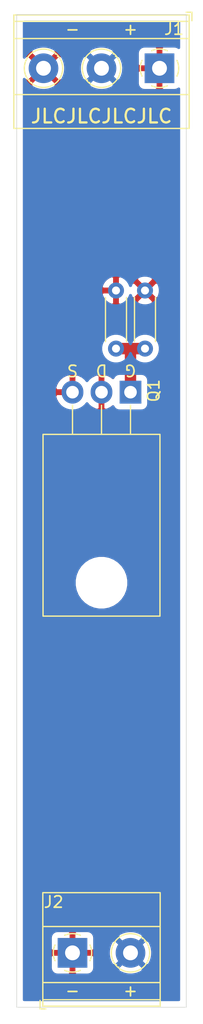
<source format=kicad_pcb>
(kicad_pcb (version 20171130) (host pcbnew 5.1.10)

  (general
    (thickness 1.6)
    (drawings 12)
    (tracks 3)
    (zones 0)
    (modules 5)
    (nets 6)
  )

  (page A4)
  (title_block
    (title "PoE-Breaker LowSide 2Layer")
    (date 2021-07-04)
    (rev 1)
    (company "Florian Rinke")
    (comment 1 pcb.florianrinke.de/pcb/breaker-poe-v1)
    (comment 2 "Attribution-NonCommercial-ShareAlike 4.0 International")
    (comment 3 http://creativecommons.org/licenses/by-nc-sa/4.0/)
  )

  (layers
    (0 F.Cu signal)
    (31 B.Cu signal)
    (32 B.Adhes user)
    (33 F.Adhes user)
    (34 B.Paste user)
    (35 F.Paste user)
    (36 B.SilkS user)
    (37 F.SilkS user)
    (38 B.Mask user)
    (39 F.Mask user)
    (40 Dwgs.User user)
    (41 Cmts.User user)
    (42 Eco1.User user)
    (43 Eco2.User user)
    (44 Edge.Cuts user)
    (45 Margin user)
    (46 B.CrtYd user)
    (47 F.CrtYd user)
    (48 B.Fab user)
    (49 F.Fab user)
  )

  (setup
    (last_trace_width 0.25)
    (user_trace_width 1)
    (trace_clearance 0.2)
    (zone_clearance 0.508)
    (zone_45_only no)
    (trace_min 0.2)
    (via_size 0.8)
    (via_drill 0.4)
    (via_min_size 0.4)
    (via_min_drill 0.3)
    (uvia_size 0.3)
    (uvia_drill 0.1)
    (uvias_allowed no)
    (uvia_min_size 0.2)
    (uvia_min_drill 0.1)
    (edge_width 0.05)
    (segment_width 0.2)
    (pcb_text_width 0.3)
    (pcb_text_size 1.5 1.5)
    (mod_edge_width 0.12)
    (mod_text_size 1 1)
    (mod_text_width 0.15)
    (pad_size 1.524 1.524)
    (pad_drill 0.762)
    (pad_to_mask_clearance 0)
    (aux_axis_origin 0 0)
    (visible_elements FFFFFF7F)
    (pcbplotparams
      (layerselection 0x010fc_ffffffff)
      (usegerberextensions false)
      (usegerberattributes true)
      (usegerberadvancedattributes true)
      (creategerberjobfile true)
      (excludeedgelayer true)
      (linewidth 0.100000)
      (plotframeref false)
      (viasonmask false)
      (mode 1)
      (useauxorigin false)
      (hpglpennumber 1)
      (hpglpenspeed 20)
      (hpglpendiameter 15.000000)
      (psnegative false)
      (psa4output false)
      (plotreference true)
      (plotvalue true)
      (plotinvisibletext false)
      (padsonsilk false)
      (subtractmaskfromsilk false)
      (outputformat 1)
      (mirror false)
      (drillshape 1)
      (scaleselection 1)
      (outputdirectory ""))
  )

  (net 0 "")
  (net 1 GND)
  (net 2 +48V)
  (net 3 "Net-(Q1-Pad1)")
  (net 4 /GNDout)
  (net 5 +VSW)

  (net_class Default "This is the default net class."
    (clearance 0.2)
    (trace_width 0.25)
    (via_dia 0.8)
    (via_drill 0.4)
    (uvia_dia 0.3)
    (uvia_drill 0.1)
    (add_net +48V)
    (add_net +VSW)
    (add_net /GNDout)
    (add_net GND)
    (add_net "Net-(Q1-Pad1)")
  )

  (module TerminalBlock_Phoenix:TerminalBlock_Phoenix_MKDS-1,5-3-5.08_1x03_P5.08mm_Horizontal (layer F.Cu) (tedit 5B294EBC) (tstamp 60E1307A)
    (at 154.94 63.119 180)
    (descr "Terminal Block Phoenix MKDS-1,5-3-5.08, 3 pins, pitch 5.08mm, size 15.2x9.8mm^2, drill diamater 1.3mm, pad diameter 2.6mm, see http://www.farnell.com/datasheets/100425.pdf, script-generated using https://github.com/pointhi/kicad-footprint-generator/scripts/TerminalBlock_Phoenix")
    (tags "THT Terminal Block Phoenix MKDS-1,5-3-5.08 pitch 5.08mm size 15.2x9.8mm^2 drill 1.3mm pad 2.6mm")
    (path /60E12FFF)
    (fp_text reference J1 (at -1.27 3.429) (layer F.SilkS)
      (effects (font (size 1 1) (thickness 0.15)))
    )
    (fp_text value Supply (at 5.08 5.66) (layer F.Fab) hide
      (effects (font (size 1 1) (thickness 0.15)))
    )
    (fp_line (start 13.21 -5.71) (end -3.04 -5.71) (layer F.CrtYd) (width 0.05))
    (fp_line (start 13.21 5.1) (end 13.21 -5.71) (layer F.CrtYd) (width 0.05))
    (fp_line (start -3.04 5.1) (end 13.21 5.1) (layer F.CrtYd) (width 0.05))
    (fp_line (start -3.04 -5.71) (end -3.04 5.1) (layer F.CrtYd) (width 0.05))
    (fp_line (start -2.84 4.9) (end -2.34 4.9) (layer F.SilkS) (width 0.12))
    (fp_line (start -2.84 4.16) (end -2.84 4.9) (layer F.SilkS) (width 0.12))
    (fp_line (start 8.933 1.023) (end 8.886 1.069) (layer F.SilkS) (width 0.12))
    (fp_line (start 11.23 -1.275) (end 11.195 -1.239) (layer F.SilkS) (width 0.12))
    (fp_line (start 9.126 1.239) (end 9.091 1.274) (layer F.SilkS) (width 0.12))
    (fp_line (start 11.435 -1.069) (end 11.388 -1.023) (layer F.SilkS) (width 0.12))
    (fp_line (start 11.115 -1.138) (end 9.023 0.955) (layer F.Fab) (width 0.1))
    (fp_line (start 11.298 -0.955) (end 9.206 1.138) (layer F.Fab) (width 0.1))
    (fp_line (start 3.853 1.023) (end 3.806 1.069) (layer F.SilkS) (width 0.12))
    (fp_line (start 6.15 -1.275) (end 6.115 -1.239) (layer F.SilkS) (width 0.12))
    (fp_line (start 4.046 1.239) (end 4.011 1.274) (layer F.SilkS) (width 0.12))
    (fp_line (start 6.355 -1.069) (end 6.308 -1.023) (layer F.SilkS) (width 0.12))
    (fp_line (start 6.035 -1.138) (end 3.943 0.955) (layer F.Fab) (width 0.1))
    (fp_line (start 6.218 -0.955) (end 4.126 1.138) (layer F.Fab) (width 0.1))
    (fp_line (start 0.955 -1.138) (end -1.138 0.955) (layer F.Fab) (width 0.1))
    (fp_line (start 1.138 -0.955) (end -0.955 1.138) (layer F.Fab) (width 0.1))
    (fp_line (start 12.76 -5.261) (end 12.76 4.66) (layer F.SilkS) (width 0.12))
    (fp_line (start -2.6 -5.261) (end -2.6 4.66) (layer F.SilkS) (width 0.12))
    (fp_line (start -2.6 4.66) (end 12.76 4.66) (layer F.SilkS) (width 0.12))
    (fp_line (start -2.6 -5.261) (end 12.76 -5.261) (layer F.SilkS) (width 0.12))
    (fp_line (start -2.6 -2.301) (end 12.76 -2.301) (layer F.SilkS) (width 0.12))
    (fp_line (start -2.54 -2.3) (end 12.7 -2.3) (layer F.Fab) (width 0.1))
    (fp_line (start -2.6 2.6) (end 12.76 2.6) (layer F.SilkS) (width 0.12))
    (fp_line (start -2.54 2.6) (end 12.7 2.6) (layer F.Fab) (width 0.1))
    (fp_line (start -2.6 4.1) (end 12.76 4.1) (layer F.SilkS) (width 0.12))
    (fp_line (start -2.54 4.1) (end 12.7 4.1) (layer F.Fab) (width 0.1))
    (fp_line (start -2.54 4.1) (end -2.54 -5.2) (layer F.Fab) (width 0.1))
    (fp_line (start -2.04 4.6) (end -2.54 4.1) (layer F.Fab) (width 0.1))
    (fp_line (start 12.7 4.6) (end -2.04 4.6) (layer F.Fab) (width 0.1))
    (fp_line (start 12.7 -5.2) (end 12.7 4.6) (layer F.Fab) (width 0.1))
    (fp_line (start -2.54 -5.2) (end 12.7 -5.2) (layer F.Fab) (width 0.1))
    (fp_circle (center 10.16 0) (end 11.84 0) (layer F.SilkS) (width 0.12))
    (fp_circle (center 10.16 0) (end 11.66 0) (layer F.Fab) (width 0.1))
    (fp_circle (center 5.08 0) (end 6.76 0) (layer F.SilkS) (width 0.12))
    (fp_circle (center 5.08 0) (end 6.58 0) (layer F.Fab) (width 0.1))
    (fp_circle (center 0 0) (end 1.5 0) (layer F.Fab) (width 0.1))
    (fp_text user %R (at -1.27 3.429) (layer F.Fab)
      (effects (font (size 1 1) (thickness 0.15)))
    )
    (fp_arc (start 0 0) (end -0.684 1.535) (angle -25) (layer F.SilkS) (width 0.12))
    (fp_arc (start 0 0) (end -1.535 -0.684) (angle -48) (layer F.SilkS) (width 0.12))
    (fp_arc (start 0 0) (end 0.684 -1.535) (angle -48) (layer F.SilkS) (width 0.12))
    (fp_arc (start 0 0) (end 1.535 0.684) (angle -48) (layer F.SilkS) (width 0.12))
    (fp_arc (start 0 0) (end 0 1.68) (angle -24) (layer F.SilkS) (width 0.12))
    (pad 3 thru_hole circle (at 10.16 0 180) (size 2.6 2.6) (drill 1.3) (layers *.Cu *.Mask)
      (net 1 GND))
    (pad 2 thru_hole circle (at 5.08 0 180) (size 2.6 2.6) (drill 1.3) (layers *.Cu *.Mask)
      (net 2 +48V))
    (pad 1 thru_hole rect (at 0 0 180) (size 2.6 2.6) (drill 1.3) (layers *.Cu *.Mask)
      (net 5 +VSW))
    (model ${KISYS3DMOD}/TerminalBlock_Phoenix.3dshapes/TerminalBlock_Phoenix_MKDS-1,5-3-5.08_1x03_P5.08mm_Horizontal.wrl
      (at (xyz 0 0 0))
      (scale (xyz 1 1 1))
      (rotate (xyz 0 0 0))
    )
  )

  (module Package_TO_SOT_THT:TO-220-3_Horizontal_TabDown (layer F.Cu) (tedit 5AC8BA0D) (tstamp 60E15287)
    (at 152.4 91.44 180)
    (descr "TO-220-3, Horizontal, RM 2.54mm, see https://www.vishay.com/docs/66542/to-220-1.pdf")
    (tags "TO-220-3 Horizontal RM 2.54mm")
    (path /60E03744)
    (fp_text reference Q1 (at -2.032 0.127 90) (layer F.SilkS)
      (effects (font (size 1 1) (thickness 0.15)))
    )
    (fp_text value IRF520N (at 2.54 2) (layer F.Fab) hide
      (effects (font (size 1 1) (thickness 0.15)))
    )
    (fp_circle (center 2.54 -16.66) (end 4.39 -16.66) (layer F.Fab) (width 0.1))
    (fp_line (start -2.46 -13.06) (end -2.46 -19.46) (layer F.Fab) (width 0.1))
    (fp_line (start -2.46 -19.46) (end 7.54 -19.46) (layer F.Fab) (width 0.1))
    (fp_line (start 7.54 -19.46) (end 7.54 -13.06) (layer F.Fab) (width 0.1))
    (fp_line (start 7.54 -13.06) (end -2.46 -13.06) (layer F.Fab) (width 0.1))
    (fp_line (start -2.46 -3.81) (end -2.46 -13.06) (layer F.Fab) (width 0.1))
    (fp_line (start -2.46 -13.06) (end 7.54 -13.06) (layer F.Fab) (width 0.1))
    (fp_line (start 7.54 -13.06) (end 7.54 -3.81) (layer F.Fab) (width 0.1))
    (fp_line (start 7.54 -3.81) (end -2.46 -3.81) (layer F.Fab) (width 0.1))
    (fp_line (start 0 -3.81) (end 0 0) (layer F.Fab) (width 0.1))
    (fp_line (start 2.54 -3.81) (end 2.54 0) (layer F.Fab) (width 0.1))
    (fp_line (start 5.08 -3.81) (end 5.08 0) (layer F.Fab) (width 0.1))
    (fp_line (start -2.58 -3.69) (end 7.66 -3.69) (layer F.SilkS) (width 0.12))
    (fp_line (start -2.58 -19.58) (end 7.66 -19.58) (layer F.SilkS) (width 0.12))
    (fp_line (start -2.58 -19.58) (end -2.58 -3.69) (layer F.SilkS) (width 0.12))
    (fp_line (start 7.66 -19.58) (end 7.66 -3.69) (layer F.SilkS) (width 0.12))
    (fp_line (start 0 -3.69) (end 0 -1.15) (layer F.SilkS) (width 0.12))
    (fp_line (start 2.54 -3.69) (end 2.54 -1.15) (layer F.SilkS) (width 0.12))
    (fp_line (start 5.08 -3.69) (end 5.08 -1.15) (layer F.SilkS) (width 0.12))
    (fp_line (start -2.71 -19.71) (end -2.71 1.25) (layer F.CrtYd) (width 0.05))
    (fp_line (start -2.71 1.25) (end 7.79 1.25) (layer F.CrtYd) (width 0.05))
    (fp_line (start 7.79 1.25) (end 7.79 -19.71) (layer F.CrtYd) (width 0.05))
    (fp_line (start 7.79 -19.71) (end -2.71 -19.71) (layer F.CrtYd) (width 0.05))
    (fp_text user %R (at -2.032 0.127 90) (layer F.Fab)
      (effects (font (size 1 1) (thickness 0.15)))
    )
    (pad 3 thru_hole oval (at 5.08 0 180) (size 1.905 2) (drill 1.1) (layers *.Cu *.Mask)
      (net 1 GND))
    (pad 2 thru_hole oval (at 2.54 0 180) (size 1.905 2) (drill 1.1) (layers *.Cu *.Mask)
      (net 4 /GNDout))
    (pad 1 thru_hole rect (at 0 0 180) (size 1.905 2) (drill 1.1) (layers *.Cu *.Mask)
      (net 3 "Net-(Q1-Pad1)"))
    (pad "" np_thru_hole oval (at 2.54 -16.66 180) (size 3.5 3.5) (drill 3.5) (layers *.Cu *.Mask))
    (model ${KISYS3DMOD}/Package_TO_SOT_THT.3dshapes/TO-220-3_Horizontal_TabDown.wrl
      (at (xyz 0 0 0))
      (scale (xyz 1 1 1))
      (rotate (xyz 0 0 0))
    )
  )

  (module Resistor_THT:R_Axial_DIN0204_L3.6mm_D1.6mm_P5.08mm_Horizontal (layer F.Cu) (tedit 5AE5139B) (tstamp 60E15322)
    (at 151.13 87.63 90)
    (descr "Resistor, Axial_DIN0204 series, Axial, Horizontal, pin pitch=5.08mm, 0.167W, length*diameter=3.6*1.6mm^2, http://cdn-reichelt.de/documents/datenblatt/B400/1_4W%23YAG.pdf")
    (tags "Resistor Axial_DIN0204 series Axial Horizontal pin pitch 5.08mm 0.167W length 3.6mm diameter 1.6mm")
    (path /60E07CAC)
    (fp_text reference R2 (at 6.985 0 90) (layer F.SilkS) hide
      (effects (font (size 1 1) (thickness 0.15)))
    )
    (fp_text value 10k (at 2.54 1.92 90) (layer F.Fab) hide
      (effects (font (size 1 1) (thickness 0.15)))
    )
    (fp_line (start 6.03 -1.05) (end -0.95 -1.05) (layer F.CrtYd) (width 0.05))
    (fp_line (start 6.03 1.05) (end 6.03 -1.05) (layer F.CrtYd) (width 0.05))
    (fp_line (start -0.95 1.05) (end 6.03 1.05) (layer F.CrtYd) (width 0.05))
    (fp_line (start -0.95 -1.05) (end -0.95 1.05) (layer F.CrtYd) (width 0.05))
    (fp_line (start 0.62 0.92) (end 4.46 0.92) (layer F.SilkS) (width 0.12))
    (fp_line (start 0.62 -0.92) (end 4.46 -0.92) (layer F.SilkS) (width 0.12))
    (fp_line (start 5.08 0) (end 4.34 0) (layer F.Fab) (width 0.1))
    (fp_line (start 0 0) (end 0.74 0) (layer F.Fab) (width 0.1))
    (fp_line (start 4.34 -0.8) (end 0.74 -0.8) (layer F.Fab) (width 0.1))
    (fp_line (start 4.34 0.8) (end 4.34 -0.8) (layer F.Fab) (width 0.1))
    (fp_line (start 0.74 0.8) (end 4.34 0.8) (layer F.Fab) (width 0.1))
    (fp_line (start 0.74 -0.8) (end 0.74 0.8) (layer F.Fab) (width 0.1))
    (fp_text user %R (at 2.54 0 90) (layer F.Fab)
      (effects (font (size 0.72 0.72) (thickness 0.108)))
    )
    (pad 2 thru_hole oval (at 5.08 0 90) (size 1.4 1.4) (drill 0.7) (layers *.Cu *.Mask)
      (net 1 GND))
    (pad 1 thru_hole circle (at 0 0 90) (size 1.4 1.4) (drill 0.7) (layers *.Cu *.Mask)
      (net 3 "Net-(Q1-Pad1)"))
    (model ${KISYS3DMOD}/Resistor_THT.3dshapes/R_Axial_DIN0204_L3.6mm_D1.6mm_P5.08mm_Horizontal.wrl
      (at (xyz 0 0 0))
      (scale (xyz 1 1 1))
      (rotate (xyz 0 0 0))
    )
  )

  (module Resistor_THT:R_Axial_DIN0204_L3.6mm_D1.6mm_P5.08mm_Horizontal (layer F.Cu) (tedit 5AE5139B) (tstamp 60E150FC)
    (at 153.67 82.55 270)
    (descr "Resistor, Axial_DIN0204 series, Axial, Horizontal, pin pitch=5.08mm, 0.167W, length*diameter=3.6*1.6mm^2, http://cdn-reichelt.de/documents/datenblatt/B400/1_4W%23YAG.pdf")
    (tags "Resistor Axial_DIN0204 series Axial Horizontal pin pitch 5.08mm 0.167W length 3.6mm diameter 1.6mm")
    (path /60E07892)
    (fp_text reference R1 (at -1.905 0 90) (layer F.SilkS) hide
      (effects (font (size 1 1) (thickness 0.15)))
    )
    (fp_text value 47k (at 2.54 1.92 90) (layer F.Fab) hide
      (effects (font (size 1 1) (thickness 0.15)))
    )
    (fp_line (start 6.03 -1.05) (end -0.95 -1.05) (layer F.CrtYd) (width 0.05))
    (fp_line (start 6.03 1.05) (end 6.03 -1.05) (layer F.CrtYd) (width 0.05))
    (fp_line (start -0.95 1.05) (end 6.03 1.05) (layer F.CrtYd) (width 0.05))
    (fp_line (start -0.95 -1.05) (end -0.95 1.05) (layer F.CrtYd) (width 0.05))
    (fp_line (start 0.62 0.92) (end 4.46 0.92) (layer F.SilkS) (width 0.12))
    (fp_line (start 0.62 -0.92) (end 4.46 -0.92) (layer F.SilkS) (width 0.12))
    (fp_line (start 5.08 0) (end 4.34 0) (layer F.Fab) (width 0.1))
    (fp_line (start 0 0) (end 0.74 0) (layer F.Fab) (width 0.1))
    (fp_line (start 4.34 -0.8) (end 0.74 -0.8) (layer F.Fab) (width 0.1))
    (fp_line (start 4.34 0.8) (end 4.34 -0.8) (layer F.Fab) (width 0.1))
    (fp_line (start 0.74 0.8) (end 4.34 0.8) (layer F.Fab) (width 0.1))
    (fp_line (start 0.74 -0.8) (end 0.74 0.8) (layer F.Fab) (width 0.1))
    (fp_text user %R (at 2.54 0 90) (layer F.Fab)
      (effects (font (size 0.72 0.72) (thickness 0.108)))
    )
    (pad 2 thru_hole oval (at 5.08 0 270) (size 1.4 1.4) (drill 0.7) (layers *.Cu *.Mask)
      (net 3 "Net-(Q1-Pad1)"))
    (pad 1 thru_hole circle (at 0 0 270) (size 1.4 1.4) (drill 0.7) (layers *.Cu *.Mask)
      (net 5 +VSW))
    (model ${KISYS3DMOD}/Resistor_THT.3dshapes/R_Axial_DIN0204_L3.6mm_D1.6mm_P5.08mm_Horizontal.wrl
      (at (xyz 0 0 0))
      (scale (xyz 1 1 1))
      (rotate (xyz 0 0 0))
    )
  )

  (module TerminalBlock_Phoenix:TerminalBlock_Phoenix_MKDS-1,5-2-5.08_1x02_P5.08mm_Horizontal (layer F.Cu) (tedit 5B294EBC) (tstamp 60E130A6)
    (at 147.32 140.462)
    (descr "Terminal Block Phoenix MKDS-1,5-2-5.08, 2 pins, pitch 5.08mm, size 10.2x9.8mm^2, drill diamater 1.3mm, pad diameter 2.6mm, see http://www.farnell.com/datasheets/100425.pdf, script-generated using https://github.com/pointhi/kicad-footprint-generator/scripts/TerminalBlock_Phoenix")
    (tags "THT Terminal Block Phoenix MKDS-1,5-2-5.08 pitch 5.08mm size 10.2x9.8mm^2 drill 1.3mm pad 2.6mm")
    (path /60E12263)
    (fp_text reference J2 (at -1.651 -4.445) (layer F.SilkS)
      (effects (font (size 1 1) (thickness 0.15)))
    )
    (fp_text value Out (at 0.762 -4.445) (layer F.Fab) hide
      (effects (font (size 1 1) (thickness 0.15)))
    )
    (fp_circle (center 0 0) (end 1.5 0) (layer F.Fab) (width 0.1))
    (fp_circle (center 5.08 0) (end 6.58 0) (layer F.Fab) (width 0.1))
    (fp_circle (center 5.08 0) (end 6.76 0) (layer F.SilkS) (width 0.12))
    (fp_line (start -2.54 -5.2) (end 7.62 -5.2) (layer F.Fab) (width 0.1))
    (fp_line (start 7.62 -5.2) (end 7.62 4.6) (layer F.Fab) (width 0.1))
    (fp_line (start 7.62 4.6) (end -2.04 4.6) (layer F.Fab) (width 0.1))
    (fp_line (start -2.04 4.6) (end -2.54 4.1) (layer F.Fab) (width 0.1))
    (fp_line (start -2.54 4.1) (end -2.54 -5.2) (layer F.Fab) (width 0.1))
    (fp_line (start -2.54 4.1) (end 7.62 4.1) (layer F.Fab) (width 0.1))
    (fp_line (start -2.6 4.1) (end 7.68 4.1) (layer F.SilkS) (width 0.12))
    (fp_line (start -2.54 2.6) (end 7.62 2.6) (layer F.Fab) (width 0.1))
    (fp_line (start -2.6 2.6) (end 7.68 2.6) (layer F.SilkS) (width 0.12))
    (fp_line (start -2.54 -2.3) (end 7.62 -2.3) (layer F.Fab) (width 0.1))
    (fp_line (start -2.6 -2.301) (end 7.68 -2.301) (layer F.SilkS) (width 0.12))
    (fp_line (start -2.6 -5.261) (end 7.68 -5.261) (layer F.SilkS) (width 0.12))
    (fp_line (start -2.6 4.66) (end 7.68 4.66) (layer F.SilkS) (width 0.12))
    (fp_line (start -2.6 -5.261) (end -2.6 4.66) (layer F.SilkS) (width 0.12))
    (fp_line (start 7.68 -5.261) (end 7.68 4.66) (layer F.SilkS) (width 0.12))
    (fp_line (start 1.138 -0.955) (end -0.955 1.138) (layer F.Fab) (width 0.1))
    (fp_line (start 0.955 -1.138) (end -1.138 0.955) (layer F.Fab) (width 0.1))
    (fp_line (start 6.218 -0.955) (end 4.126 1.138) (layer F.Fab) (width 0.1))
    (fp_line (start 6.035 -1.138) (end 3.943 0.955) (layer F.Fab) (width 0.1))
    (fp_line (start 6.355 -1.069) (end 6.308 -1.023) (layer F.SilkS) (width 0.12))
    (fp_line (start 4.046 1.239) (end 4.011 1.274) (layer F.SilkS) (width 0.12))
    (fp_line (start 6.15 -1.275) (end 6.115 -1.239) (layer F.SilkS) (width 0.12))
    (fp_line (start 3.853 1.023) (end 3.806 1.069) (layer F.SilkS) (width 0.12))
    (fp_line (start -2.84 4.16) (end -2.84 4.9) (layer F.SilkS) (width 0.12))
    (fp_line (start -2.84 4.9) (end -2.34 4.9) (layer F.SilkS) (width 0.12))
    (fp_line (start -3.04 -5.71) (end -3.04 5.1) (layer F.CrtYd) (width 0.05))
    (fp_line (start -3.04 5.1) (end 8.13 5.1) (layer F.CrtYd) (width 0.05))
    (fp_line (start 8.13 5.1) (end 8.13 -5.71) (layer F.CrtYd) (width 0.05))
    (fp_line (start 8.13 -5.71) (end -3.04 -5.71) (layer F.CrtYd) (width 0.05))
    (fp_arc (start 0 0) (end 0 1.68) (angle -24) (layer F.SilkS) (width 0.12))
    (fp_arc (start 0 0) (end 1.535 0.684) (angle -48) (layer F.SilkS) (width 0.12))
    (fp_arc (start 0 0) (end 0.684 -1.535) (angle -48) (layer F.SilkS) (width 0.12))
    (fp_arc (start 0 0) (end -1.535 -0.684) (angle -48) (layer F.SilkS) (width 0.12))
    (fp_arc (start 0 0) (end -0.684 1.535) (angle -25) (layer F.SilkS) (width 0.12))
    (fp_text user %R (at -1.651 -4.445) (layer F.Fab)
      (effects (font (size 1 1) (thickness 0.15)))
    )
    (pad 1 thru_hole rect (at 0 0) (size 2.6 2.6) (drill 1.3) (layers *.Cu *.Mask)
      (net 4 /GNDout))
    (pad 2 thru_hole circle (at 5.08 0) (size 2.6 2.6) (drill 1.3) (layers *.Cu *.Mask)
      (net 2 +48V))
    (model ${KISYS3DMOD}/TerminalBlock_Phoenix.3dshapes/TerminalBlock_Phoenix_MKDS-1,5-2-5.08_1x02_P5.08mm_Horizontal.wrl
      (at (xyz 0 0 0))
      (scale (xyz 1 1 1))
      (rotate (xyz 0 0 0))
    )
  )

  (gr_text JLCJLCJLCJLC (at 149.86 67.31) (layer F.SilkS)
    (effects (font (size 1.2 1.2) (thickness 0.2)))
  )
  (gr_line (start 142.435 145.22) (end 142.435 58.42) (layer Edge.Cuts) (width 0.05) (tstamp 60E1517E))
  (gr_line (start 157.285 145.22) (end 142.435 145.22) (layer Edge.Cuts) (width 0.05))
  (gr_line (start 157.285 58.42) (end 157.285 145.22) (layer Edge.Cuts) (width 0.05))
  (gr_line (start 142.435 58.42) (end 157.285 58.42) (layer Edge.Cuts) (width 0.05) (tstamp 60E151C9))
  (gr_text G (at 152.4 89.535 180) (layer F.SilkS)
    (effects (font (size 1 1) (thickness 0.15)))
  )
  (gr_text D (at 149.86 89.535 180) (layer F.SilkS)
    (effects (font (size 1 1) (thickness 0.15)))
  )
  (gr_text S (at 147.32 89.535 180) (layer F.SilkS)
    (effects (font (size 1 1) (thickness 0.15)))
  )
  (gr_text - (at 147.32 143.764) (layer F.SilkS) (tstamp 60E14D81)
    (effects (font (size 1 1) (thickness 0.15)))
  )
  (gr_text + (at 152.4 143.764) (layer F.SilkS) (tstamp 60E14D80)
    (effects (font (size 1 1) (thickness 0.15)))
  )
  (gr_text - (at 147.32 59.69) (layer F.SilkS) (tstamp 60E14D7D)
    (effects (font (size 1 1) (thickness 0.15)))
  )
  (gr_text + (at 152.4 59.69) (layer F.SilkS)
    (effects (font (size 1 1) (thickness 0.15)))
  )

  (segment (start 152.4 91.44) (end 152.4 87.63) (width 1) (layer F.Cu) (net 3))
  (segment (start 152.4 87.63) (end 153.67 87.63) (width 1) (layer F.Cu) (net 3))
  (segment (start 151.13 87.63) (end 152.4 87.63) (width 1) (layer F.Cu) (net 3))

  (zone (net 2) (net_name +48V) (layer B.Cu) (tstamp 0) (hatch edge 0.508)
    (connect_pads (clearance 0.508))
    (min_thickness 0.254)
    (fill yes (arc_segments 32) (thermal_gap 0.508) (thermal_bridge_width 0.508))
    (polygon
      (pts
        (xy 158.75 146.685) (xy 140.97 146.685) (xy 140.97 57.15) (xy 158.75 57.15)
      )
    )
    (filled_polygon
      (pts
        (xy 156.625 61.313499) (xy 156.594494 61.288463) (xy 156.48418 61.229498) (xy 156.364482 61.193188) (xy 156.24 61.180928)
        (xy 153.64 61.180928) (xy 153.515518 61.193188) (xy 153.39582 61.229498) (xy 153.285506 61.288463) (xy 153.188815 61.367815)
        (xy 153.109463 61.464506) (xy 153.050498 61.57482) (xy 153.014188 61.694518) (xy 153.001928 61.819) (xy 153.001928 64.419)
        (xy 153.014188 64.543482) (xy 153.050498 64.66318) (xy 153.109463 64.773494) (xy 153.188815 64.870185) (xy 153.285506 64.949537)
        (xy 153.39582 65.008502) (xy 153.515518 65.044812) (xy 153.64 65.057072) (xy 156.24 65.057072) (xy 156.364482 65.044812)
        (xy 156.48418 65.008502) (xy 156.594494 64.949537) (xy 156.625 64.924501) (xy 156.625001 144.56) (xy 143.095 144.56)
        (xy 143.095 139.162) (xy 145.381928 139.162) (xy 145.381928 141.762) (xy 145.394188 141.886482) (xy 145.430498 142.00618)
        (xy 145.489463 142.116494) (xy 145.568815 142.213185) (xy 145.665506 142.292537) (xy 145.77582 142.351502) (xy 145.895518 142.387812)
        (xy 146.02 142.400072) (xy 148.62 142.400072) (xy 148.744482 142.387812) (xy 148.86418 142.351502) (xy 148.974494 142.292537)
        (xy 149.071185 142.213185) (xy 149.150537 142.116494) (xy 149.209502 142.00618) (xy 149.245812 141.886482) (xy 149.253224 141.811224)
        (xy 151.230381 141.811224) (xy 151.362317 142.106312) (xy 151.703045 142.277159) (xy 152.070557 142.37825) (xy 152.450729 142.405701)
        (xy 152.828951 142.358457) (xy 153.19069 142.238333) (xy 153.437683 142.106312) (xy 153.569619 141.811224) (xy 152.4 140.641605)
        (xy 151.230381 141.811224) (xy 149.253224 141.811224) (xy 149.258072 141.762) (xy 149.258072 140.512729) (xy 150.456299 140.512729)
        (xy 150.503543 140.890951) (xy 150.623667 141.25269) (xy 150.755688 141.499683) (xy 151.050776 141.631619) (xy 152.220395 140.462)
        (xy 152.579605 140.462) (xy 153.749224 141.631619) (xy 154.044312 141.499683) (xy 154.215159 141.158955) (xy 154.31625 140.791443)
        (xy 154.343701 140.411271) (xy 154.296457 140.033049) (xy 154.176333 139.67131) (xy 154.044312 139.424317) (xy 153.749224 139.292381)
        (xy 152.579605 140.462) (xy 152.220395 140.462) (xy 151.050776 139.292381) (xy 150.755688 139.424317) (xy 150.584841 139.765045)
        (xy 150.48375 140.132557) (xy 150.456299 140.512729) (xy 149.258072 140.512729) (xy 149.258072 139.162) (xy 149.253225 139.112776)
        (xy 151.230381 139.112776) (xy 152.4 140.282395) (xy 153.569619 139.112776) (xy 153.437683 138.817688) (xy 153.096955 138.646841)
        (xy 152.729443 138.54575) (xy 152.349271 138.518299) (xy 151.971049 138.565543) (xy 151.60931 138.685667) (xy 151.362317 138.817688)
        (xy 151.230381 139.112776) (xy 149.253225 139.112776) (xy 149.245812 139.037518) (xy 149.209502 138.91782) (xy 149.150537 138.807506)
        (xy 149.071185 138.710815) (xy 148.974494 138.631463) (xy 148.86418 138.572498) (xy 148.744482 138.536188) (xy 148.62 138.523928)
        (xy 146.02 138.523928) (xy 145.895518 138.536188) (xy 145.77582 138.572498) (xy 145.665506 138.631463) (xy 145.568815 138.710815)
        (xy 145.489463 138.807506) (xy 145.430498 138.91782) (xy 145.394188 139.037518) (xy 145.381928 139.162) (xy 143.095 139.162)
        (xy 143.095 107.865098) (xy 147.475 107.865098) (xy 147.475 108.334902) (xy 147.566654 108.795679) (xy 147.74644 109.229721)
        (xy 148.00745 109.620349) (xy 148.339651 109.95255) (xy 148.730279 110.21356) (xy 149.164321 110.393346) (xy 149.625098 110.485)
        (xy 150.094902 110.485) (xy 150.555679 110.393346) (xy 150.989721 110.21356) (xy 151.380349 109.95255) (xy 151.71255 109.620349)
        (xy 151.97356 109.229721) (xy 152.153346 108.795679) (xy 152.245 108.334902) (xy 152.245 107.865098) (xy 152.153346 107.404321)
        (xy 151.97356 106.970279) (xy 151.71255 106.579651) (xy 151.380349 106.24745) (xy 150.989721 105.98644) (xy 150.555679 105.806654)
        (xy 150.094902 105.715) (xy 149.625098 105.715) (xy 149.164321 105.806654) (xy 148.730279 105.98644) (xy 148.339651 106.24745)
        (xy 148.00745 106.579651) (xy 147.74644 106.970279) (xy 147.566654 107.404321) (xy 147.475 107.865098) (xy 143.095 107.865098)
        (xy 143.095 91.314514) (xy 145.7325 91.314514) (xy 145.7325 91.565485) (xy 145.75547 91.798703) (xy 145.846245 92.097948)
        (xy 145.993655 92.373734) (xy 146.192037 92.615463) (xy 146.433765 92.813845) (xy 146.709551 92.961255) (xy 147.008796 93.05203)
        (xy 147.32 93.082681) (xy 147.631203 93.05203) (xy 147.930448 92.961255) (xy 148.206234 92.813845) (xy 148.447963 92.615463)
        (xy 148.59 92.442391) (xy 148.732037 92.615463) (xy 148.973765 92.813845) (xy 149.249551 92.961255) (xy 149.548796 93.05203)
        (xy 149.86 93.082681) (xy 150.171203 93.05203) (xy 150.470448 92.961255) (xy 150.746234 92.813845) (xy 150.872095 92.710553)
        (xy 150.916963 92.794494) (xy 150.996315 92.891185) (xy 151.093006 92.970537) (xy 151.20332 93.029502) (xy 151.323018 93.065812)
        (xy 151.4475 93.078072) (xy 153.3525 93.078072) (xy 153.476982 93.065812) (xy 153.59668 93.029502) (xy 153.706994 92.970537)
        (xy 153.803685 92.891185) (xy 153.883037 92.794494) (xy 153.942002 92.68418) (xy 153.978312 92.564482) (xy 153.990572 92.44)
        (xy 153.990572 90.44) (xy 153.978312 90.315518) (xy 153.942002 90.19582) (xy 153.883037 90.085506) (xy 153.803685 89.988815)
        (xy 153.706994 89.909463) (xy 153.59668 89.850498) (xy 153.476982 89.814188) (xy 153.3525 89.801928) (xy 151.4475 89.801928)
        (xy 151.323018 89.814188) (xy 151.20332 89.850498) (xy 151.093006 89.909463) (xy 150.996315 89.988815) (xy 150.916963 90.085506)
        (xy 150.872095 90.169446) (xy 150.746235 90.066155) (xy 150.470449 89.918745) (xy 150.171204 89.82797) (xy 149.86 89.797319)
        (xy 149.548797 89.82797) (xy 149.249552 89.918745) (xy 148.973766 90.066155) (xy 148.732037 90.264537) (xy 148.59 90.437609)
        (xy 148.447963 90.264537) (xy 148.206235 90.066155) (xy 147.930449 89.918745) (xy 147.631204 89.82797) (xy 147.32 89.797319)
        (xy 147.008797 89.82797) (xy 146.709552 89.918745) (xy 146.433766 90.066155) (xy 146.192037 90.264537) (xy 145.993655 90.506265)
        (xy 145.846245 90.782051) (xy 145.75547 91.081296) (xy 145.7325 91.314514) (xy 143.095 91.314514) (xy 143.095 87.498514)
        (xy 149.795 87.498514) (xy 149.795 87.761486) (xy 149.846304 88.019405) (xy 149.946939 88.262359) (xy 150.093038 88.481013)
        (xy 150.278987 88.666962) (xy 150.497641 88.813061) (xy 150.740595 88.913696) (xy 150.998514 88.965) (xy 151.261486 88.965)
        (xy 151.519405 88.913696) (xy 151.762359 88.813061) (xy 151.981013 88.666962) (xy 152.166962 88.481013) (xy 152.313061 88.262359)
        (xy 152.4 88.05247) (xy 152.486939 88.262359) (xy 152.633038 88.481013) (xy 152.818987 88.666962) (xy 153.037641 88.813061)
        (xy 153.280595 88.913696) (xy 153.538514 88.965) (xy 153.801486 88.965) (xy 154.059405 88.913696) (xy 154.302359 88.813061)
        (xy 154.521013 88.666962) (xy 154.706962 88.481013) (xy 154.853061 88.262359) (xy 154.953696 88.019405) (xy 155.005 87.761486)
        (xy 155.005 87.498514) (xy 154.953696 87.240595) (xy 154.853061 86.997641) (xy 154.706962 86.778987) (xy 154.521013 86.593038)
        (xy 154.302359 86.446939) (xy 154.059405 86.346304) (xy 153.801486 86.295) (xy 153.538514 86.295) (xy 153.280595 86.346304)
        (xy 153.037641 86.446939) (xy 152.818987 86.593038) (xy 152.633038 86.778987) (xy 152.486939 86.997641) (xy 152.4 87.20753)
        (xy 152.313061 86.997641) (xy 152.166962 86.778987) (xy 151.981013 86.593038) (xy 151.762359 86.446939) (xy 151.519405 86.346304)
        (xy 151.261486 86.295) (xy 150.998514 86.295) (xy 150.740595 86.346304) (xy 150.497641 86.446939) (xy 150.278987 86.593038)
        (xy 150.093038 86.778987) (xy 149.946939 86.997641) (xy 149.846304 87.240595) (xy 149.795 87.498514) (xy 143.095 87.498514)
        (xy 143.095 82.418514) (xy 149.795 82.418514) (xy 149.795 82.681486) (xy 149.846304 82.939405) (xy 149.946939 83.182359)
        (xy 150.093038 83.401013) (xy 150.278987 83.586962) (xy 150.497641 83.733061) (xy 150.740595 83.833696) (xy 150.998514 83.885)
        (xy 151.261486 83.885) (xy 151.519405 83.833696) (xy 151.762359 83.733061) (xy 151.981013 83.586962) (xy 152.166962 83.401013)
        (xy 152.313061 83.182359) (xy 152.4 82.97247) (xy 152.486939 83.182359) (xy 152.633038 83.401013) (xy 152.818987 83.586962)
        (xy 153.037641 83.733061) (xy 153.280595 83.833696) (xy 153.538514 83.885) (xy 153.801486 83.885) (xy 154.059405 83.833696)
        (xy 154.302359 83.733061) (xy 154.521013 83.586962) (xy 154.706962 83.401013) (xy 154.853061 83.182359) (xy 154.953696 82.939405)
        (xy 155.005 82.681486) (xy 155.005 82.418514) (xy 154.953696 82.160595) (xy 154.853061 81.917641) (xy 154.706962 81.698987)
        (xy 154.521013 81.513038) (xy 154.302359 81.366939) (xy 154.059405 81.266304) (xy 153.801486 81.215) (xy 153.538514 81.215)
        (xy 153.280595 81.266304) (xy 153.037641 81.366939) (xy 152.818987 81.513038) (xy 152.633038 81.698987) (xy 152.486939 81.917641)
        (xy 152.4 82.12753) (xy 152.313061 81.917641) (xy 152.166962 81.698987) (xy 151.981013 81.513038) (xy 151.762359 81.366939)
        (xy 151.519405 81.266304) (xy 151.261486 81.215) (xy 150.998514 81.215) (xy 150.740595 81.266304) (xy 150.497641 81.366939)
        (xy 150.278987 81.513038) (xy 150.093038 81.698987) (xy 149.946939 81.917641) (xy 149.846304 82.160595) (xy 149.795 82.418514)
        (xy 143.095 82.418514) (xy 143.095 64.080128) (xy 143.276987 64.352491) (xy 143.546509 64.622013) (xy 143.863434 64.833775)
        (xy 144.215581 64.979639) (xy 144.589419 65.054) (xy 144.970581 65.054) (xy 145.344419 64.979639) (xy 145.696566 64.833775)
        (xy 146.013491 64.622013) (xy 146.16728 64.468224) (xy 148.690381 64.468224) (xy 148.822317 64.763312) (xy 149.163045 64.934159)
        (xy 149.530557 65.03525) (xy 149.910729 65.062701) (xy 150.288951 65.015457) (xy 150.65069 64.895333) (xy 150.897683 64.763312)
        (xy 151.029619 64.468224) (xy 149.86 63.298605) (xy 148.690381 64.468224) (xy 146.16728 64.468224) (xy 146.283013 64.352491)
        (xy 146.494775 64.035566) (xy 146.640639 63.683419) (xy 146.715 63.309581) (xy 146.715 63.169729) (xy 147.916299 63.169729)
        (xy 147.963543 63.547951) (xy 148.083667 63.90969) (xy 148.215688 64.156683) (xy 148.510776 64.288619) (xy 149.680395 63.119)
        (xy 150.039605 63.119) (xy 151.209224 64.288619) (xy 151.504312 64.156683) (xy 151.675159 63.815955) (xy 151.77625 63.448443)
        (xy 151.803701 63.068271) (xy 151.756457 62.690049) (xy 151.636333 62.32831) (xy 151.504312 62.081317) (xy 151.209224 61.949381)
        (xy 150.039605 63.119) (xy 149.680395 63.119) (xy 148.510776 61.949381) (xy 148.215688 62.081317) (xy 148.044841 62.422045)
        (xy 147.94375 62.789557) (xy 147.916299 63.169729) (xy 146.715 63.169729) (xy 146.715 62.928419) (xy 146.640639 62.554581)
        (xy 146.494775 62.202434) (xy 146.283013 61.885509) (xy 146.16728 61.769776) (xy 148.690381 61.769776) (xy 149.86 62.939395)
        (xy 151.029619 61.769776) (xy 150.897683 61.474688) (xy 150.556955 61.303841) (xy 150.189443 61.20275) (xy 149.809271 61.175299)
        (xy 149.431049 61.222543) (xy 149.06931 61.342667) (xy 148.822317 61.474688) (xy 148.690381 61.769776) (xy 146.16728 61.769776)
        (xy 146.013491 61.615987) (xy 145.696566 61.404225) (xy 145.344419 61.258361) (xy 144.970581 61.184) (xy 144.589419 61.184)
        (xy 144.215581 61.258361) (xy 143.863434 61.404225) (xy 143.546509 61.615987) (xy 143.276987 61.885509) (xy 143.095 62.157872)
        (xy 143.095 59.08) (xy 156.625 59.08)
      )
    )
  )
  (zone (net 1) (net_name GND) (layer F.Cu) (tstamp 0) (hatch edge 0.508)
    (connect_pads (clearance 0.508))
    (min_thickness 0.254)
    (fill yes (arc_segments 32) (thermal_gap 0.508) (thermal_bridge_width 0.508))
    (polygon
      (pts
        (xy 151.765 85.09) (xy 148.209 85.09) (xy 148.209 92.71) (xy 141.605 92.71) (xy 141.605 57.785)
        (xy 151.765 57.785)
      )
    )
    (filled_polygon
      (pts
        (xy 151.638 62.355073) (xy 151.574775 62.202434) (xy 151.363013 61.885509) (xy 151.093491 61.615987) (xy 150.776566 61.404225)
        (xy 150.424419 61.258361) (xy 150.050581 61.184) (xy 149.669419 61.184) (xy 149.295581 61.258361) (xy 148.943434 61.404225)
        (xy 148.626509 61.615987) (xy 148.356987 61.885509) (xy 148.145225 62.202434) (xy 147.999361 62.554581) (xy 147.925 62.928419)
        (xy 147.925 63.309581) (xy 147.999361 63.683419) (xy 148.145225 64.035566) (xy 148.356987 64.352491) (xy 148.626509 64.622013)
        (xy 148.943434 64.833775) (xy 149.295581 64.979639) (xy 149.669419 65.054) (xy 150.050581 65.054) (xy 150.424419 64.979639)
        (xy 150.776566 64.833775) (xy 151.093491 64.622013) (xy 151.363013 64.352491) (xy 151.574775 64.035566) (xy 151.638 63.882927)
        (xy 151.638 81.321056) (xy 151.571044 81.289953) (xy 151.463329 81.257284) (xy 151.257 81.380626) (xy 151.257 82.423)
        (xy 151.277 82.423) (xy 151.277 82.677) (xy 151.257 82.677) (xy 151.257 83.719374) (xy 151.463329 83.842716)
        (xy 151.571044 83.810047) (xy 151.638 83.778944) (xy 151.638 84.963) (xy 148.209 84.963) (xy 148.184224 84.96544)
        (xy 148.160399 84.972667) (xy 148.138443 84.984403) (xy 148.119197 85.000197) (xy 148.103403 85.019443) (xy 148.091667 85.041399)
        (xy 148.08444 85.065224) (xy 148.082 85.09) (xy 148.082 90.009406) (xy 147.911094 89.920429) (xy 147.69298 89.849437)
        (xy 147.447 89.969406) (xy 147.447 91.313) (xy 147.467 91.313) (xy 147.467 91.567) (xy 147.447 91.567)
        (xy 147.447 91.587) (xy 147.193 91.587) (xy 147.193 91.567) (xy 145.89443 91.567) (xy 145.767622 91.813863)
        (xy 145.861121 92.110446) (xy 146.010684 92.383089) (xy 146.178416 92.583) (xy 143.095 92.583) (xy 143.095 91.066137)
        (xy 145.767622 91.066137) (xy 145.89443 91.313) (xy 147.193 91.313) (xy 147.193 89.969406) (xy 146.94702 89.849437)
        (xy 146.728906 89.920429) (xy 146.453077 90.064031) (xy 146.210563 90.258685) (xy 146.010684 90.496911) (xy 145.861121 90.769554)
        (xy 145.767622 91.066137) (xy 143.095 91.066137) (xy 143.095 82.88333) (xy 149.837278 82.88333) (xy 149.927147 83.129123)
        (xy 150.063241 83.35266) (xy 150.24033 83.545351) (xy 150.451608 83.699792) (xy 150.688956 83.810047) (xy 150.796671 83.842716)
        (xy 151.003 83.719374) (xy 151.003 82.677) (xy 149.959799 82.677) (xy 149.837278 82.88333) (xy 143.095 82.88333)
        (xy 143.095 82.21667) (xy 149.837278 82.21667) (xy 149.959799 82.423) (xy 151.003 82.423) (xy 151.003 81.380626)
        (xy 150.796671 81.257284) (xy 150.688956 81.289953) (xy 150.451608 81.400208) (xy 150.24033 81.554649) (xy 150.063241 81.74734)
        (xy 149.927147 81.970877) (xy 149.837278 82.21667) (xy 143.095 82.21667) (xy 143.095 64.468224) (xy 143.610381 64.468224)
        (xy 143.742317 64.763312) (xy 144.083045 64.934159) (xy 144.450557 65.03525) (xy 144.830729 65.062701) (xy 145.208951 65.015457)
        (xy 145.57069 64.895333) (xy 145.817683 64.763312) (xy 145.949619 64.468224) (xy 144.78 63.298605) (xy 143.610381 64.468224)
        (xy 143.095 64.468224) (xy 143.095 64.080561) (xy 143.135688 64.156683) (xy 143.430776 64.288619) (xy 144.600395 63.119)
        (xy 144.959605 63.119) (xy 146.129224 64.288619) (xy 146.424312 64.156683) (xy 146.595159 63.815955) (xy 146.69625 63.448443)
        (xy 146.723701 63.068271) (xy 146.676457 62.690049) (xy 146.556333 62.32831) (xy 146.424312 62.081317) (xy 146.129224 61.949381)
        (xy 144.959605 63.119) (xy 144.600395 63.119) (xy 143.430776 61.949381) (xy 143.135688 62.081317) (xy 143.095 62.162463)
        (xy 143.095 61.769776) (xy 143.610381 61.769776) (xy 144.78 62.939395) (xy 145.949619 61.769776) (xy 145.817683 61.474688)
        (xy 145.476955 61.303841) (xy 145.109443 61.20275) (xy 144.729271 61.175299) (xy 144.351049 61.222543) (xy 143.98931 61.342667)
        (xy 143.742317 61.474688) (xy 143.610381 61.769776) (xy 143.095 61.769776) (xy 143.095 59.08) (xy 151.638 59.08)
      )
    )
  )
  (zone (net 4) (net_name /GNDout) (layer F.Cu) (tstamp 0) (hatch edge 0.508)
    (connect_pads (clearance 0.508))
    (min_thickness 0.254)
    (fill yes (arc_segments 32) (thermal_gap 0.508) (thermal_bridge_width 0.508))
    (polygon
      (pts
        (xy 158.115 146.05) (xy 141.605 146.05) (xy 141.605 93.98) (xy 148.844 93.98) (xy 148.844 88.9)
        (xy 158.115 88.9)
      )
    )
    (filled_polygon
      (pts
        (xy 151.265 89.831787) (xy 151.20332 89.850498) (xy 151.093006 89.909463) (xy 150.996315 89.988815) (xy 150.916963 90.085506)
        (xy 150.867941 90.177219) (xy 150.726923 90.064031) (xy 150.451094 89.920429) (xy 150.23298 89.849437) (xy 149.987 89.969406)
        (xy 149.987 91.313) (xy 150.007 91.313) (xy 150.007 91.567) (xy 149.987 91.567) (xy 149.987 92.910594)
        (xy 150.23298 93.030563) (xy 150.451094 92.959571) (xy 150.726923 92.815969) (xy 150.867941 92.702781) (xy 150.916963 92.794494)
        (xy 150.996315 92.891185) (xy 151.093006 92.970537) (xy 151.20332 93.029502) (xy 151.323018 93.065812) (xy 151.4475 93.078072)
        (xy 153.3525 93.078072) (xy 153.476982 93.065812) (xy 153.59668 93.029502) (xy 153.706994 92.970537) (xy 153.803685 92.891185)
        (xy 153.883037 92.794494) (xy 153.942002 92.68418) (xy 153.978312 92.564482) (xy 153.990572 92.44) (xy 153.990572 90.44)
        (xy 153.978312 90.315518) (xy 153.942002 90.19582) (xy 153.883037 90.085506) (xy 153.803685 89.988815) (xy 153.706994 89.909463)
        (xy 153.59668 89.850498) (xy 153.535 89.831788) (xy 153.535 89.027) (xy 156.625 89.027) (xy 156.625001 144.56)
        (xy 143.095 144.56) (xy 143.095 141.762) (xy 145.381928 141.762) (xy 145.394188 141.886482) (xy 145.430498 142.00618)
        (xy 145.489463 142.116494) (xy 145.568815 142.213185) (xy 145.665506 142.292537) (xy 145.77582 142.351502) (xy 145.895518 142.387812)
        (xy 146.02 142.400072) (xy 147.03425 142.397) (xy 147.193 142.23825) (xy 147.193 140.589) (xy 147.447 140.589)
        (xy 147.447 142.23825) (xy 147.60575 142.397) (xy 148.62 142.400072) (xy 148.744482 142.387812) (xy 148.86418 142.351502)
        (xy 148.974494 142.292537) (xy 149.071185 142.213185) (xy 149.150537 142.116494) (xy 149.209502 142.00618) (xy 149.245812 141.886482)
        (xy 149.258072 141.762) (xy 149.255 140.74775) (xy 149.09625 140.589) (xy 147.447 140.589) (xy 147.193 140.589)
        (xy 145.54375 140.589) (xy 145.385 140.74775) (xy 145.381928 141.762) (xy 143.095 141.762) (xy 143.095 139.162)
        (xy 145.381928 139.162) (xy 145.385 140.17625) (xy 145.54375 140.335) (xy 147.193 140.335) (xy 147.193 138.68575)
        (xy 147.447 138.68575) (xy 147.447 140.335) (xy 149.09625 140.335) (xy 149.159831 140.271419) (xy 150.465 140.271419)
        (xy 150.465 140.652581) (xy 150.539361 141.026419) (xy 150.685225 141.378566) (xy 150.896987 141.695491) (xy 151.166509 141.965013)
        (xy 151.483434 142.176775) (xy 151.835581 142.322639) (xy 152.209419 142.397) (xy 152.590581 142.397) (xy 152.964419 142.322639)
        (xy 153.316566 142.176775) (xy 153.633491 141.965013) (xy 153.903013 141.695491) (xy 154.114775 141.378566) (xy 154.260639 141.026419)
        (xy 154.335 140.652581) (xy 154.335 140.271419) (xy 154.260639 139.897581) (xy 154.114775 139.545434) (xy 153.903013 139.228509)
        (xy 153.633491 138.958987) (xy 153.316566 138.747225) (xy 152.964419 138.601361) (xy 152.590581 138.527) (xy 152.209419 138.527)
        (xy 151.835581 138.601361) (xy 151.483434 138.747225) (xy 151.166509 138.958987) (xy 150.896987 139.228509) (xy 150.685225 139.545434)
        (xy 150.539361 139.897581) (xy 150.465 140.271419) (xy 149.159831 140.271419) (xy 149.255 140.17625) (xy 149.258072 139.162)
        (xy 149.245812 139.037518) (xy 149.209502 138.91782) (xy 149.150537 138.807506) (xy 149.071185 138.710815) (xy 148.974494 138.631463)
        (xy 148.86418 138.572498) (xy 148.744482 138.536188) (xy 148.62 138.523928) (xy 147.60575 138.527) (xy 147.447 138.68575)
        (xy 147.193 138.68575) (xy 147.03425 138.527) (xy 146.02 138.523928) (xy 145.895518 138.536188) (xy 145.77582 138.572498)
        (xy 145.665506 138.631463) (xy 145.568815 138.710815) (xy 145.489463 138.807506) (xy 145.430498 138.91782) (xy 145.394188 139.037518)
        (xy 145.381928 139.162) (xy 143.095 139.162) (xy 143.095 107.865098) (xy 147.475 107.865098) (xy 147.475 108.334902)
        (xy 147.566654 108.795679) (xy 147.74644 109.229721) (xy 148.00745 109.620349) (xy 148.339651 109.95255) (xy 148.730279 110.21356)
        (xy 149.164321 110.393346) (xy 149.625098 110.485) (xy 150.094902 110.485) (xy 150.555679 110.393346) (xy 150.989721 110.21356)
        (xy 151.380349 109.95255) (xy 151.71255 109.620349) (xy 151.97356 109.229721) (xy 152.153346 108.795679) (xy 152.245 108.334902)
        (xy 152.245 107.865098) (xy 152.153346 107.404321) (xy 151.97356 106.970279) (xy 151.71255 106.579651) (xy 151.380349 106.24745)
        (xy 150.989721 105.98644) (xy 150.555679 105.806654) (xy 150.094902 105.715) (xy 149.625098 105.715) (xy 149.164321 105.806654)
        (xy 148.730279 105.98644) (xy 148.339651 106.24745) (xy 148.00745 106.579651) (xy 147.74644 106.970279) (xy 147.566654 107.404321)
        (xy 147.475 107.865098) (xy 143.095 107.865098) (xy 143.095 94.107) (xy 148.844 94.107) (xy 148.868776 94.10456)
        (xy 148.892601 94.097333) (xy 148.914557 94.085597) (xy 148.933803 94.069803) (xy 148.949597 94.050557) (xy 148.961333 94.028601)
        (xy 148.96856 94.004776) (xy 148.971 93.98) (xy 148.971 92.798249) (xy 148.993077 92.815969) (xy 149.268906 92.959571)
        (xy 149.48702 93.030563) (xy 149.733 92.910594) (xy 149.733 91.567) (xy 149.713 91.567) (xy 149.713 91.313)
        (xy 149.733 91.313) (xy 149.733 89.969406) (xy 149.48702 89.849437) (xy 149.268906 89.920429) (xy 148.993077 90.064031)
        (xy 148.971 90.081751) (xy 148.971 89.027) (xy 151.265001 89.027)
      )
    )
  )
  (zone (net 0) (net_name "") (layer F.Mask) (tstamp 0) (hatch edge 0.508)
    (connect_pads (clearance 0.508))
    (min_thickness 0.254)
    (fill yes (arc_segments 32) (thermal_gap 0.508) (thermal_bridge_width 0.508))
    (polygon
      (pts
        (xy 154.813 110.871) (xy 144.907 110.871) (xy 144.907 95.25) (xy 154.813 95.25)
      )
    )
    (filled_polygon
      (pts
        (xy 154.686 110.744) (xy 145.034 110.744) (xy 145.034 95.377) (xy 154.686 95.377)
      )
    )
  )
  (zone (net 5) (net_name +VSW) (layer F.Cu) (tstamp 0) (hatch edge 0.508)
    (connect_pads (clearance 0.508))
    (min_thickness 0.254)
    (fill yes (arc_segments 32) (thermal_gap 0.508) (thermal_bridge_width 0.508))
    (polygon
      (pts
        (xy 158.115 85.09) (xy 152.4 85.09) (xy 152.4 57.785) (xy 158.115 57.785)
      )
    )
    (filled_polygon
      (pts
        (xy 156.625 61.313499) (xy 156.594494 61.288463) (xy 156.48418 61.229498) (xy 156.364482 61.193188) (xy 156.24 61.180928)
        (xy 155.22575 61.184) (xy 155.067 61.34275) (xy 155.067 62.992) (xy 155.087 62.992) (xy 155.087 63.246)
        (xy 155.067 63.246) (xy 155.067 64.89525) (xy 155.22575 65.054) (xy 156.24 65.057072) (xy 156.364482 65.044812)
        (xy 156.48418 65.008502) (xy 156.594494 64.949537) (xy 156.625 64.924501) (xy 156.625 84.963) (xy 152.527 84.963)
        (xy 152.527 83.471269) (xy 152.928336 83.471269) (xy 152.987797 83.705037) (xy 153.226242 83.815934) (xy 153.48174 83.878183)
        (xy 153.744473 83.88939) (xy 154.004344 83.849125) (xy 154.251366 83.758935) (xy 154.352203 83.705037) (xy 154.411664 83.471269)
        (xy 153.67 82.729605) (xy 152.928336 83.471269) (xy 152.527 83.471269) (xy 152.527 83.235265) (xy 152.748731 83.291664)
        (xy 153.490395 82.55) (xy 153.849605 82.55) (xy 154.591269 83.291664) (xy 154.825037 83.232203) (xy 154.935934 82.993758)
        (xy 154.998183 82.73826) (xy 155.00939 82.475527) (xy 154.969125 82.215656) (xy 154.878935 81.968634) (xy 154.825037 81.867797)
        (xy 154.591269 81.808336) (xy 153.849605 82.55) (xy 153.490395 82.55) (xy 152.748731 81.808336) (xy 152.527 81.864735)
        (xy 152.527 81.628731) (xy 152.928336 81.628731) (xy 153.67 82.370395) (xy 154.411664 81.628731) (xy 154.352203 81.394963)
        (xy 154.113758 81.284066) (xy 153.85826 81.221817) (xy 153.595527 81.21061) (xy 153.335656 81.250875) (xy 153.088634 81.341065)
        (xy 152.987797 81.394963) (xy 152.928336 81.628731) (xy 152.527 81.628731) (xy 152.527 64.419) (xy 153.001928 64.419)
        (xy 153.014188 64.543482) (xy 153.050498 64.66318) (xy 153.109463 64.773494) (xy 153.188815 64.870185) (xy 153.285506 64.949537)
        (xy 153.39582 65.008502) (xy 153.515518 65.044812) (xy 153.64 65.057072) (xy 154.65425 65.054) (xy 154.813 64.89525)
        (xy 154.813 63.246) (xy 153.16375 63.246) (xy 153.005 63.40475) (xy 153.001928 64.419) (xy 152.527 64.419)
        (xy 152.527 61.819) (xy 153.001928 61.819) (xy 153.005 62.83325) (xy 153.16375 62.992) (xy 154.813 62.992)
        (xy 154.813 61.34275) (xy 154.65425 61.184) (xy 153.64 61.180928) (xy 153.515518 61.193188) (xy 153.39582 61.229498)
        (xy 153.285506 61.288463) (xy 153.188815 61.367815) (xy 153.109463 61.464506) (xy 153.050498 61.57482) (xy 153.014188 61.694518)
        (xy 153.001928 61.819) (xy 152.527 61.819) (xy 152.527 59.08) (xy 156.625 59.08)
      )
    )
  )
)

</source>
